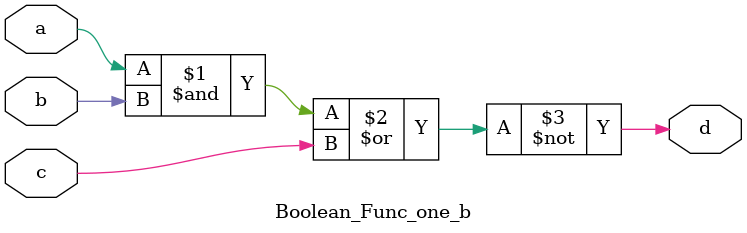
<source format=v>
`timescale 1ns / 1ps

module Boolean_Func_one_b(
    input a, b, c,
    output d
    );
    
    assign d = ~((a & b) | c);
    
endmodule

</source>
